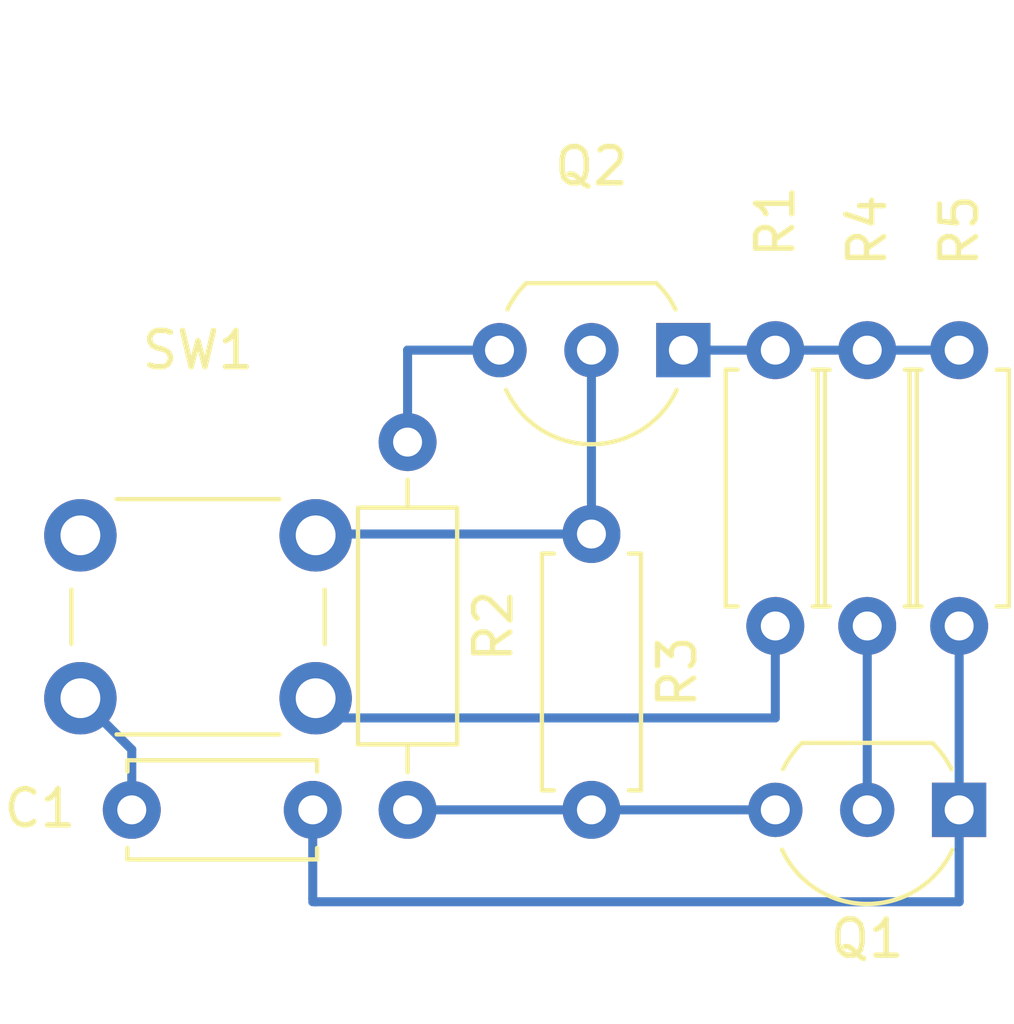
<source format=kicad_pcb>
(kicad_pcb (version 20211014) (generator pcbnew)
  (layers (0 "F.Cu" signal) (31 "B.Cu" signal) (34 "B.Paste" user) (35 "F.Paste" user) (36 "B.SilkS" user "B.Silkscreen") (37 "F.SilkS" user "F.Silkscreen") (38 "B.Mask" user) (39 "F.Mask" user) (44 "Edge.Cuts" user))
  (net 0 "")
  (net 1 "Net-(C1-Pad1)")
  (net 2 "GND")
  (net 3 "Net-(Q1-Pad2)")
  (net 4 "Net-(Q1-Pad3)")
  (net 5 "OUT")
  (net 6 "Net-(Q2-Pad2)")
  (net 7 "+5V")
  (footprint "Button_Switch_THT:SW_PUSH_6mm" (layer "F.Cu") (at 127 83.276 180)
    (fp_text reference "SW1" (at 3.25 9.616) (layer "F.SilkS"))
    (fp_text value "SW_Push")
    (fp_line (start 5.5 -1) (end 1 -1) (layer "F.SilkS") (width 0.12))
    (fp_line (start 1 5.5) (end 5.5 5.5) (layer "F.SilkS") (width 0.12))
    (fp_line (start 6.75 3) (end 6.75 1.5) (layer "F.SilkS") (width 0.12))
    (fp_line (start -0.25 1.5) (end -0.25 3) (layer "F.SilkS") (width 0.12))
    (pad "1" thru_hole circle (at 0 0 270) (size 2 2) (drill 1.1) (layers *.Cu *.Mask) (net 1 "Net-(C1-Pad1)"))
    (pad "2" thru_hole circle (at 6.5 0 270) (size 2 2) (drill 1.1) (layers *.Cu *.Mask) (net 1 "Net-(C1-Pad1)"))
    (pad "3" thru_hole circle (at 0 4.5 270) (size 2 2) (drill 1.1) (layers *.Cu *.Mask) (net 6 "Net-(Q2-Pad2)"))
    (pad "4" thru_hole circle (at 6.5 4.5 270) (size 2 2) (drill 1.1) (layers *.Cu *.Mask) (net 6 "Net-(Q2-Pad2)"))
  )
  (footprint "Resistor_THT:R_Axial_DIN0207_L6.3mm_D2.5mm_P7.62mm_Horizontal" (layer "F.Cu") (at 144.78 73.66 -90)
    (fp_text reference "R5" (at -3.302 0 90) (layer "F.SilkS"))
    (fp_text value "10K")
    (fp_line (start 0.54 1.37) (end 7.08 1.37) (layer "F.SilkS") (width 0.12))
    (fp_line (start 0.54 -1.37) (end 7.08 -1.37) (layer "F.SilkS") (width 0.12))
    (fp_line (start 0.54 1.04) (end 0.54 1.37) (layer "F.SilkS") (width 0.12))
    (fp_line (start 7.08 -1.37) (end 7.08 -1.04) (layer "F.SilkS") (width 0.12))
    (fp_line (start 7.08 1.37) (end 7.08 1.04) (layer "F.SilkS") (width 0.12))
    (fp_line (start 0.54 -1.04) (end 0.54 -1.37) (layer "F.SilkS") (width 0.12))
    (pad "1" thru_hole circle (at 0 0 270) (size 1.6 1.6) (drill 0.8) (layers *.Cu *.Mask) (net 5 "OUT"))
    (pad "2" thru_hole oval (at 7.62 0 270) (size 1.6 1.6) (drill 0.8) (layers *.Cu *.Mask) (net 2 "GND"))
  )
  (footprint "Capacitor_THT:C_Disc_D5.0mm_W2.5mm_P5.00mm" (layer "F.Cu") (at 121.92 86.36)
    (fp_text reference "C1" (at -2.54 -0.04) (layer "F.SilkS"))
    (fp_text value "0.33uF")
    (fp_line (start 5.12 1.055) (end 5.12 1.37) (layer "F.SilkS") (width 0.12))
    (fp_line (start -0.12 1.055) (end -0.12 1.37) (layer "F.SilkS") (width 0.12))
    (fp_line (start 5.12 -1.37) (end 5.12 -1.055) (layer "F.SilkS") (width 0.12))
    (fp_line (start -0.12 1.37) (end 5.12 1.37) (layer "F.SilkS") (width 0.12))
    (fp_line (start -0.12 -1.37) (end 5.12 -1.37) (layer "F.SilkS") (width 0.12))
    (fp_line (start -0.12 -1.37) (end -0.12 -1.055) (layer "F.SilkS") (width 0.12))
    (pad "1" thru_hole circle (at 0 0) (size 1.6 1.6) (drill 0.8) (layers *.Cu *.Mask) (net 1 "Net-(C1-Pad1)"))
    (pad "2" thru_hole circle (at 5 0) (size 1.6 1.6) (drill 0.8) (layers *.Cu *.Mask) (net 2 "GND"))
  )
  (footprint "Resistor_THT:R_Axial_DIN0207_L6.3mm_D2.5mm_P7.62mm_Horizontal" (layer "F.Cu") (at 139.7 81.28 90)
    (fp_text reference "R1" (at 11.176 0 90) (layer "F.SilkS"))
    (fp_text value "10M")
    (fp_line (start 0.54 1.37) (end 7.08 1.37) (layer "F.SilkS") (width 0.12))
    (fp_line (start 7.08 -1.37) (end 7.08 -1.04) (layer "F.SilkS") (width 0.12))
    (fp_line (start 7.08 1.37) (end 7.08 1.04) (layer "F.SilkS") (width 0.12))
    (fp_line (start 0.54 -1.37) (end 7.08 -1.37) (layer "F.SilkS") (width 0.12))
    (fp_line (start 0.54 1.04) (end 0.54 1.37) (layer "F.SilkS") (width 0.12))
    (fp_line (start 0.54 -1.04) (end 0.54 -1.37) (layer "F.SilkS") (width 0.12))
    (pad "1" thru_hole circle (at 0 0 90) (size 1.6 1.6) (drill 0.8) (layers *.Cu *.Mask) (net 1 "Net-(C1-Pad1)"))
    (pad "2" thru_hole oval (at 7.62 0 90) (size 1.6 1.6) (drill 0.8) (layers *.Cu *.Mask) (net 5 "OUT"))
  )
  (footprint "Package_TO_SOT_THT:TO-92_Inline_Wide" (layer "F.Cu") (at 144.78 86.36 180)
    (fp_text reference "Q1" (at 2.54 -3.56 180) (layer "F.SilkS"))
    (fp_text value "2N3904")
    (fp_line (start 0.74 1.85) (end 4.34 1.85) (layer "F.SilkS") (width 0.12))
    (fp_arc (start 0.74 1.85) (mid 0.446097 1.509328) (end 0.215816 1.122795) (layer "F.SilkS") (width 0.12))
    (fp_arc (start 2.54 -2.6) (mid 3.936979 -2.192818) (end 4.8964 -1.098807) (layer "F.SilkS") (width 0.12))
    (fp_arc (start 0.1836 -1.098807) (mid 1.143021 -2.192817) (end 2.54 -2.6) (layer "F.SilkS") (width 0.12))
    (fp_arc (start 4.864184 1.122795) (mid 4.633903 1.509328) (end 4.34 1.85) (layer "F.SilkS") (width 0.12))
    (pad "1" thru_hole rect (at 0 0 180) (size 1.5 1.5) (drill 0.8) (layers *.Cu *.Mask) (net 2 "GND"))
    (pad "2" thru_hole circle (at 2.54 0 180) (size 1.5 1.5) (drill 0.8) (layers *.Cu *.Mask) (net 3 "Net-(Q1-Pad2)"))
    (pad "3" thru_hole circle (at 5.08 0 180) (size 1.5 1.5) (drill 0.8) (layers *.Cu *.Mask) (net 4 "Net-(Q1-Pad3)"))
  )
  (footprint "Resistor_THT:R_Axial_DIN0207_L6.3mm_D2.5mm_P10.16mm_Horizontal" (layer "F.Cu") (at 129.54 76.2 -90)
    (fp_text reference "R2" (at 5.08 -2.37 -90) (layer "F.SilkS"))
    (fp_text value "10K")
    (fp_line (start 1.81 1.37) (end 8.35 1.37) (layer "F.SilkS") (width 0.12))
    (fp_line (start 8.35 -1.37) (end 1.81 -1.37) (layer "F.SilkS") (width 0.12))
    (fp_line (start 1.04 0) (end 1.81 0) (layer "F.SilkS") (width 0.12))
    (fp_line (start 9.12 0) (end 8.35 0) (layer "F.SilkS") (width 0.12))
    (fp_line (start 8.35 1.37) (end 8.35 -1.37) (layer "F.SilkS") (width 0.12))
    (fp_line (start 1.81 -1.37) (end 1.81 1.37) (layer "F.SilkS") (width 0.12))
    (pad "1" thru_hole circle (at 0 0 270) (size 1.6 1.6) (drill 0.8) (layers *.Cu *.Mask) (net 7 "+5V"))
    (pad "2" thru_hole oval (at 10.16 0 270) (size 1.6 1.6) (drill 0.8) (layers *.Cu *.Mask) (net 4 "Net-(Q1-Pad3)"))
  )
  (footprint "Package_TO_SOT_THT:TO-92_Inline_Wide" (layer "F.Cu") (at 137.16 73.66 180)
    (fp_text reference "Q2" (at 2.54 5.08 180) (layer "F.SilkS"))
    (fp_text value "BS250")
    (fp_line (start 0.74 1.85) (end 4.34 1.85) (layer "F.SilkS") (width 0.12))
    (fp_arc (start 4.864184 1.122795) (mid 4.633903 1.509328) (end 4.34 1.85) (layer "F.SilkS") (width 0.12))
    (fp_arc (start 0.74 1.85) (mid 0.446097 1.509328) (end 0.215816 1.122795) (layer "F.SilkS") (width 0.12))
    (fp_arc (start 2.54 -2.6) (mid 3.936979 -2.192818) (end 4.8964 -1.098807) (layer "F.SilkS") (width 0.12))
    (fp_arc (start 0.1836 -1.098807) (mid 1.143021 -2.192817) (end 2.54 -2.6) (layer "F.SilkS") (width 0.12))
    (pad "1" thru_hole rect (at 0 0 180) (size 1.5 1.5) (drill 0.8) (layers *.Cu *.Mask) (net 5 "OUT"))
    (pad "2" thru_hole circle (at 2.54 0 180) (size 1.5 1.5) (drill 0.8) (layers *.Cu *.Mask) (net 6 "Net-(Q2-Pad2)"))
    (pad "3" thru_hole circle (at 5.08 0 180) (size 1.5 1.5) (drill 0.8) (layers *.Cu *.Mask) (net 7 "+5V"))
  )
  (footprint "Resistor_THT:R_Axial_DIN0207_L6.3mm_D2.5mm_P7.62mm_Horizontal" (layer "F.Cu") (at 134.62 78.74 -90)
    (fp_text reference "R3" (at 3.81 -2.37 90) (layer "F.SilkS"))
    (fp_text value "10K")
    (fp_line (start 7.08 1.37) (end 7.08 1.04) (layer "F.SilkS") (width 0.12))
    (fp_line (start 0.54 -1.04) (end 0.54 -1.37) (layer "F.SilkS") (width 0.12))
    (fp_line (start 0.54 1.37) (end 7.08 1.37) (layer "F.SilkS") (width 0.12))
    (fp_line (start 7.08 -1.37) (end 7.08 -1.04) (layer "F.SilkS") (width 0.12))
    (fp_line (start 0.54 1.04) (end 0.54 1.37) (layer "F.SilkS") (width 0.12))
    (fp_line (start 0.54 -1.37) (end 7.08 -1.37) (layer "F.SilkS") (width 0.12))
    (pad "1" thru_hole circle (at 0 0 270) (size 1.6 1.6) (drill 0.8) (layers *.Cu *.Mask) (net 6 "Net-(Q2-Pad2)"))
    (pad "2" thru_hole oval (at 7.62 0 270) (size 1.6 1.6) (drill 0.8) (layers *.Cu *.Mask) (net 4 "Net-(Q1-Pad3)"))
  )
  (footprint "Resistor_THT:R_Axial_DIN0207_L6.3mm_D2.5mm_P7.62mm_Horizontal" (layer "F.Cu") (at 142.24 73.66 -90)
    (fp_text reference "R4" (at -3.302 0 90) (layer "F.SilkS"))
    (fp_text value "100K")
    (fp_line (start 0.54 1.04) (end 0.54 1.37) (layer "F.SilkS") (width 0.12))
    (fp_line (start 0.54 -1.37) (end 7.08 -1.37) (layer "F.SilkS") (width 0.12))
    (fp_line (start 0.54 -1.04) (end 0.54 -1.37) (layer "F.SilkS") (width 0.12))
    (fp_line (start 7.08 1.37) (end 7.08 1.04) (layer "F.SilkS") (width 0.12))
    (fp_line (start 0.54 1.37) (end 7.08 1.37) (layer "F.SilkS") (width 0.12))
    (fp_line (start 7.08 -1.37) (end 7.08 -1.04) (layer "F.SilkS") (width 0.12))
    (pad "1" thru_hole circle (at 0 0 270) (size 1.6 1.6) (drill 0.8) (layers *.Cu *.Mask) (net 5 "OUT"))
    (pad "2" thru_hole oval (at 7.62 0 270) (size 1.6 1.6) (drill 0.8) (layers *.Cu *.Mask) (net 3 "Net-(Q1-Pad2)"))
  )
  (segment (start 139.7 81.28) (end 139.7 83.82) (width 0.25) (layer "B.Cu") (net 1))
  (segment (start 120.5 83.276) (end 121.92 84.696) (width 0.25) (layer "B.Cu") (net 1))
  (segment (start 121.92 84.696) (end 121.92 86.36) (width 0.25) (layer "B.Cu") (net 1))
  (segment (start 127.544 83.82) (end 127 83.276) (width 0.25) (layer "B.Cu") (net 1))
  (segment (start 139.7 83.82) (end 127.544 83.82) (width 0.25) (layer "B.Cu") (net 1))
  (segment (start 144.78 81.28) (end 144.78 86.36) (width 0.25) (layer "B.Cu") (net 2))
  (segment (start 144.78 88.9) (end 144.78 86.36) (width 0.25) (layer "B.Cu") (net 2))
  (segment (start 126.92 88.82) (end 127 88.9) (width 0.25) (layer "B.Cu") (net 2))
  (segment (start 127 88.9) (end 144.78 88.9) (width 0.25) (layer "B.Cu") (net 2))
  (segment (start 126.92 86.36) (end 126.92 88.82) (width 0.25) (layer "B.Cu") (net 2))
  (segment (start 126.92 88.9) (end 127 88.9) (width 0.25) (layer "B.Cu") (net 2))
  (segment (start 142.24 81.28) (end 142.24 86.36) (width 0.25) (layer "B.Cu") (net 3))
  (segment (start 129.54 86.36) (end 134.62 86.36) (width 0.25) (layer "B.Cu") (net 4))
  (segment (start 139.7 86.36) (end 134.62 86.36) (width 0.25) (layer "B.Cu") (net 4))
  (segment (start 137.16 73.66) (end 144.78 73.66) (width 0.25) (layer "B.Cu") (net 5))
  (segment (start 134.62 78.74) (end 134.62 73.66) (width 0.25) (layer "B.Cu") (net 6))
  (segment (start 134.62 78.74) (end 127.036 78.74) (width 0.25) (layer "B.Cu") (net 6))
  (segment (start 127.036 78.74) (end 127 78.776) (width 0.25) (layer "B.Cu") (net 6))
  (segment (start 129.54 73.66) (end 129.54 76.2) (width 0.25) (layer "B.Cu") (net 7))
  (segment (start 132.08 73.66) (end 129.54 73.66) (width 0.25) (layer "B.Cu") (net 7))
)
</source>
